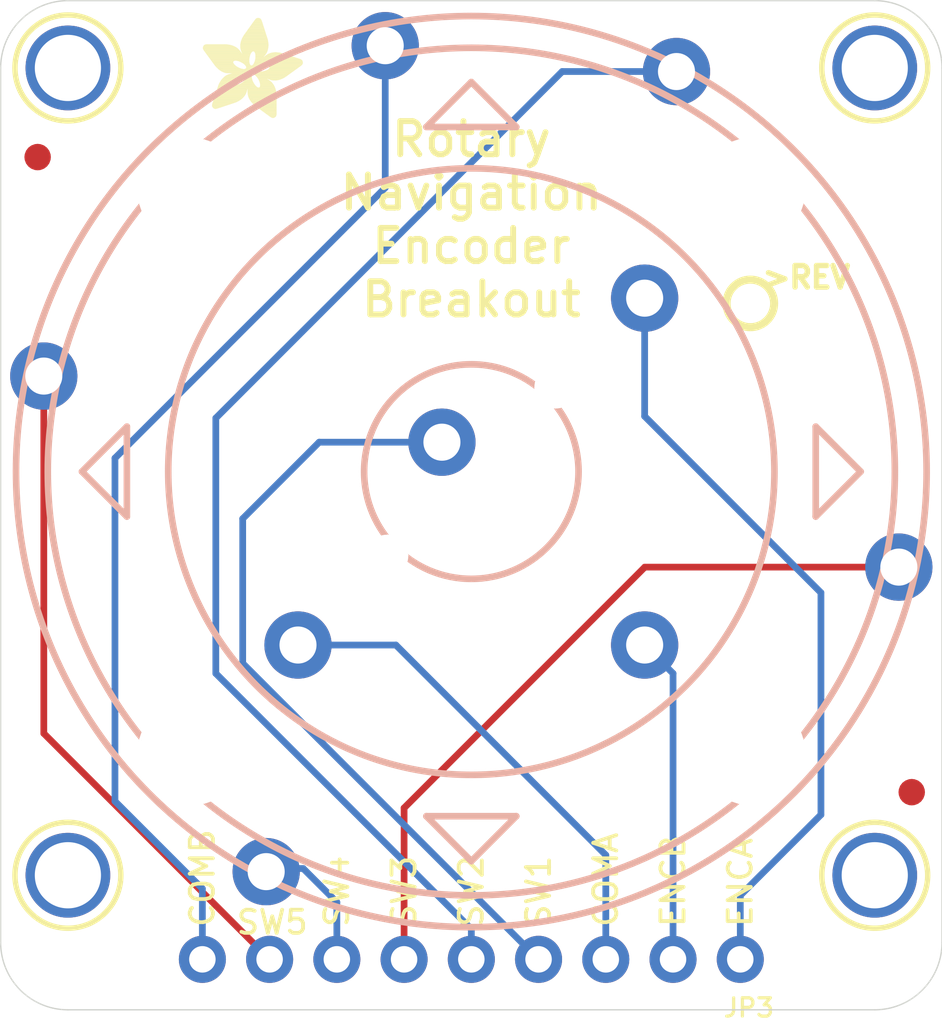
<source format=kicad_pcb>
(kicad_pcb (version 20211014) (generator pcbnew)
  (layers (0 "F.Cu" signal) (31 "B.Cu" signal) (34 "B.Paste" user) (35 "F.Paste" user) (36 "B.SilkS" user "B.Silkscreen") (37 "F.SilkS" user "F.Silkscreen") (38 "B.Mask" user) (39 "F.Mask" user) (44 "Edge.Cuts" user))
  (net 0 "")
  (net 1 "ENC_A")
  (net 2 "ENC_B")
  (net 3 "SW1")
  (net 4 "SW2")
  (net 5 "SW3")
  (net 6 "SW4")
  (net 7 "SW5")
  (net 8 "COMA")
  (net 9 "COMB")
  (footprint "boardEagle:PCBFEAT-REV-040" (layer "F.Cu") (at 159.0421 97.3836 180)
    (fp_text reference "U$33" hide)
    (fp_text value "" hide)
    (fp_text user ">REV" (at -0.3556 0.508 180) (layer "F.SilkS") (effects (font (size 0.8128 0.8128) (thickness 0.2032)) (justify left bottom)))
  )
  (footprint "boardEagle:MOUNTINGHOLE_2.5_PLATED" (layer "F.Cu") (at 133.2611 118.9736 180)
    (fp_text reference "U$27" hide)
    (fp_text value "MOUNTINGHOLE2.5" hide)
    (pad "P$1" thru_hole circle (at 0 0 180) (size 3.2 3.2) (drill 2.5) (layers *.Cu *.Mask))
  )
  (footprint "boardEagle:MOUNTINGHOLE_2.5_PLATED" (layer "F.Cu") (at 133.2611 88.4936 180)
    (fp_text reference "U$30" hide)
    (fp_text value "MOUNTINGHOLE2.5" hide)
    (pad "P$1" thru_hole circle (at 0 0 180) (size 3.2 3.2) (drill 2.5) (layers *.Cu *.Mask))
  )
  (footprint "boardEagle:FIDUCIAL_1MM" (layer "F.Cu") (at 132.1181 91.8591 180)
    (fp_text reference "FID3" hide)
    (fp_text value "FIDUCIAL_1MM" hide)
    (pad "1" smd roundrect (at 0 0 180) (size 1 1) (layers "F.Cu" "F.Mask") (roundrect_rratio 0.5))
  )
  (footprint "boardEagle:MOUNTINGHOLE_2.5_PLATED" (layer "F.Cu") (at 163.7411 118.9736 180)
    (fp_text reference "U$25" hide)
    (fp_text value "MOUNTINGHOLE2.5" hide)
    (pad "P$1" thru_hole circle (at 0 0 180) (size 3.2 3.2) (drill 2.5) (layers *.Cu *.Mask))
  )
  (footprint "boardEagle:1X09_ROUND_70" (layer "F.Cu") (at 148.5011 122.1486 180)
    (fp_text reference "JP3" (at -11.5062 -1.8288) (layer "F.SilkS") (effects (font (size 0.692831 0.692831) (thickness 0.119969)) (justify right)))
    (fp_text value "")
    (pad "1" thru_hole circle (at -10.16 0 270) (size 1.778 1.778) (drill 1) (layers *.Cu *.Mask) (net 1 "ENC_A"))
    (pad "2" thru_hole circle (at -7.62 0 270) (size 1.778 1.778) (drill 1) (layers *.Cu *.Mask) (net 2 "ENC_B"))
    (pad "3" thru_hole circle (at -5.08 0 270) (size 1.778 1.778) (drill 1) (layers *.Cu *.Mask) (net 8 "COMA"))
    (pad "4" thru_hole circle (at -2.54 0 270) (size 1.778 1.778) (drill 1) (layers *.Cu *.Mask) (net 3 "SW1"))
    (pad "5" thru_hole circle (at 0 0 270) (size 1.778 1.778) (drill 1) (layers *.Cu *.Mask) (net 4 "SW2"))
    (pad "6" thru_hole circle (at 2.54 0 270) (size 1.778 1.778) (drill 1) (layers *.Cu *.Mask) (net 5 "SW3"))
    (pad "7" thru_hole circle (at 5.08 0 270) (size 1.778 1.778) (drill 1) (layers *.Cu *.Mask) (net 6 "SW4"))
    (pad "8" thru_hole circle (at 7.62 0 270) (size 1.778 1.778) (drill 1) (layers *.Cu *.Mask) (net 7 "SW5"))
    (pad "9" thru_hole circle (at 10.16 0 270) (size 1.778 1.778) (drill 1) (layers *.Cu *.Mask) (net 9 "COMB"))
  )
  (footprint "boardEagle:FIDUCIAL_1MM" (layer "F.Cu") (at 165.1381 115.8367 180)
    (fp_text reference "FID4" hide)
    (fp_text value "FIDUCIAL_1MM" hide)
    (pad "1" smd roundrect (at 0 0 180) (size 1 1) (layers "F.Cu" "F.Mask") (roundrect_rratio 0.5))
  )
  (footprint "boardEagle:ADAFRUIT_3.5MM" (layer "F.Cu") (at 138.3411 90.3986)
    (fp_text reference "U$32" hide)
    (fp_text value "" hide)
  )
  (footprint "boardEagle:MOUNTINGHOLE_2.5_PLATED" (layer "F.Cu") (at 163.7411 88.4936 180)
    (fp_text reference "U$29" hide)
    (fp_text value "MOUNTINGHOLE2.5" hide)
    (pad "P$1" thru_hole circle (at 0 0 180) (size 3.2 3.2) (drill 2.5) (layers *.Cu *.Mask))
  )
  (footprint "boardEagle:ENCODER_ANO" (layer "B.Cu") (at 148.5011 103.7336 -45)
    (fp_text reference "X1" hide)
    (fp_text value "ENCODER_ANO" hide)
    (pad "" np_thru_hole circle (at 0 -15 315) (size 4 4) (drill 4) (layers *.Cu *.Mask))
    (pad "" np_thru_hole circle (at 0 -4.5 315) (size 1.6 1.6) (drill 1.6) (layers *.Cu *.Mask))
    (pad "" np_thru_hole circle (at 0 15 315) (size 4 4) (drill 4) (layers *.Cu *.Mask))
    (pad "" np_thru_hole circle (at 15 0 315) (size 4 4) (drill 4) (layers *.Cu *.Mask))
    (pad "" np_thru_hole circle (at 0 4.5 315) (size 1.6 1.6) (drill 1.6) (layers *.Cu *.Mask))
    (pad "" np_thru_hole circle (at -15 0 315) (size 4 4) (drill 4) (layers *.Cu *.Mask))
    (pad "A" thru_hole circle (at 0 -9.26 315) (size 2.54 2.54) (drill 1.4) (layers *.Cu *.Mask) (net 1 "ENC_A"))
    (pad "B" thru_hole circle (at 9.26 0 315) (size 2.54 2.54) (drill 1.4) (layers *.Cu *.Mask) (net 2 "ENC_B"))
    (pad "COM_A" thru_hole circle (at 0 9.26 315) (size 2.54 2.54) (drill 1.4) (layers *.Cu *.Mask) (net 8 "COMA"))
    (pad "COM_B" thru_hole circle (at -13.67 -9.07 315) (size 2.54 2.54) (drill 1.4) (layers *.Cu *.Mask) (net 9 "COMB"))
    (pad "S1" thru_hole circle (at -1.57 0 315) (size 2.54 2.54) (drill 1.4) (layers *.Cu *.Mask) (net 3 "SW1"))
    (pad "S2" thru_hole circle (at -5.2 -16.16 315) (size 2.54 2.54) (drill 1.4) (layers *.Cu *.Mask) (net 4 "SW2"))
    (pad "S3" thru_hole circle (at 13.97 -8.87 315) (size 2.54 2.54) (drill 1.4) (layers *.Cu *.Mask) (net 5 "SW3"))
    (pad "S4" thru_hole circle (at 5.2 16.16 315) (size 2.54 2.54) (drill 1.4) (layers *.Cu *.Mask) (net 6 "SW4"))
    (pad "S5" thru_hole circle (at -13.97 8.87 315) (size 2.54 2.54) (drill 1.4) (layers *.Cu *.Mask) (net 7 "SW5"))
  )
  (gr_arc (start 163.7411 85.9536) (mid 165.537151 86.697549) (end 166.2811 88.4936) (layer "Edge.Cuts") (width 0.05))
  (gr_line (start 163.7411 85.9536) (end 133.2611 85.9536) (layer "Edge.Cuts") (width 0.05))
  (gr_line (start 133.2611 124.0536) (end 163.7411 124.0536) (layer "Edge.Cuts") (width 0.05))
  (gr_arc (start 166.2811 121.5136) (mid 165.537151 123.309651) (end 163.7411 124.0536) (layer "Edge.Cuts") (width 0.05))
  (gr_arc (start 130.7211 88.4936) (mid 131.465049 86.697549) (end 133.2611 85.9536) (layer "Edge.Cuts") (width 0.05))
  (gr_line (start 130.7211 88.4936) (end 130.7211 121.5136) (layer "Edge.Cuts") (width 0.05))
  (gr_line (start 166.2811 121.5136) (end 166.2811 88.4936) (layer "Edge.Cuts") (width 0.05))
  (gr_arc (start 133.2611 124.0536) (mid 131.465049 123.309651) (end 130.7211 121.5136) (layer "Edge.Cuts") (width 0.05))
  (gr_text "COMB" (at 138.3411 121.0056 90) (layer "F.SilkS") (effects (font (size 0.87376 0.87376) (thickness 0.14224)) (justify left)))
  (gr_text "SW4" (at 143.4211 121.0056 90) (layer "F.SilkS") (effects (font (size 0.87376 0.87376) (thickness 0.14224)) (justify left)))
  (gr_text "COMA" (at 153.5811 121.0056 90) (layer "F.SilkS") (effects (font (size 0.87376 0.87376) (thickness 0.14224)) (justify left)))
  (gr_text "ENCB" (at 156.1211 121.0056 90) (layer "F.SilkS") (effects (font (size 0.87376 0.87376) (thickness 0.14224)) (justify left)))
  (gr_text "SW2" (at 148.5011 121.0056 90) (layer "F.SilkS") (effects (font (size 0.87376 0.87376) (thickness 0.14224)) (justify left)))
  (gr_text "SW3" (at 145.9611 121.0056 90) (layer "F.SilkS") (effects (font (size 0.87376 0.87376) (thickness 0.14224)) (justify left)))
  (gr_text "ENCA" (at 158.6611 121.0056 90) (layer "F.SilkS") (effects (font (size 0.87376 0.87376) (thickness 0.14224)) (justify left)))
  (gr_text "SW1" (at 151.0411 121.0056 90) (layer "F.SilkS") (effects (font (size 0.87376 0.87376) (thickness 0.14224)) (justify left)))
  (gr_text "Rotary\nNavigation\nEncoder\nBreakout" (at 148.5011 94.2086) (layer "F.SilkS") (effects (font (size 1.25222 1.25222) (thickness 0.22098))))
  (gr_text "SW5" (at 142.4051 120.7516) (layer "F.SilkS") (effects (font (size 0.87376 0.87376) (thickness 0.14224)) (justify right)))
  (segment (start 161.7091 108.3056) (end 155.048906 101.645407) (width 0.254) (layer "B.Cu") (net 1))
  (segment (start 161.7091 116.6876) (end 161.7091 108.3056) (width 0.254) (layer "B.Cu") (net 1))
  (segment (start 155.048906 101.645407) (end 155.048906 97.185794) (width 0.254) (layer "B.Cu") (net 1))
  (segment (start 158.6611 119.7356) (end 161.7091 116.6876) (width 0.254) (layer "B.Cu") (net 1))
  (segment (start 158.6611 122.1486) (end 158.6611 119.7356) (width 0.254) (layer "B.Cu") (net 1))
  (segment (start 156.1211 122.1486) (end 156.1211 111.3536) (width 0.254) (layer "B.Cu") (net 2))
  (segment (start 156.1211 111.3536) (end 155.048906 110.281406) (width 0.254) (layer "B.Cu") (net 2))
  (segment (start 139.8651 105.5116) (end 142.753257 102.623444) (width 0.254) (layer "B.Cu") (net 3))
  (segment (start 142.753257 102.623444) (end 147.390944 102.623444) (width 0.254) (layer "B.Cu") (net 3))
  (segment (start 139.8651 110.9726) (end 139.8651 105.5116) (width 0.254) (layer "B.Cu") (net 3))
  (segment (start 151.0411 122.1486) (end 139.8651 110.9726) (width 0.254) (layer "B.Cu") (net 3))
  (segment (start 138.8491 111.3536) (end 138.8491 101.713688) (width 0.254) (layer "B.Cu") (net 4))
  (segment (start 148.5011 122.1486) (end 148.5011 121.0056) (width 0.254) (layer "B.Cu") (net 4))
  (segment (start 148.5011 121.0056) (end 138.8491 111.3536) (width 0.254) (layer "B.Cu") (net 4))
  (segment (start 151.932987 88.6298) (end 138.8491 101.713688) (width 0.254) (layer "B.Cu") (net 4))
  (segment (start 151.932987 88.6298) (end 156.250987 88.6298) (width 0.254) (layer "B.Cu") (net 4))
  (segment (start 145.9611 116.4336) (end 155.054856 107.339843) (width 0.254) (layer "F.Cu") (net 5))
  (segment (start 155.054856 107.339843) (end 164.651418 107.339843) (width 0.254) (layer "F.Cu") (net 5))
  (segment (start 145.9611 122.1486) (end 145.9611 116.4336) (width 0.254) (layer "F.Cu") (net 5))
  (segment (start 142.1511 118.7196) (end 140.869013 118.7196) (width 0.254) (layer "B.Cu") (net 6))
  (segment (start 140.869013 118.7196) (end 140.751213 118.8374) (width 0.254) (layer "B.Cu") (net 6))
  (segment (start 143.4211 122.1486) (end 143.4211 119.9896) (width 0.254) (layer "B.Cu") (net 6))
  (segment (start 143.4211 119.9896) (end 142.1511 118.7196) (width 0.254) (layer "B.Cu") (net 6))
  (segment (start 140.8811 122.1486) (end 132.350782 113.618281) (width 0.254) (layer "F.Cu") (net 7))
  (segment (start 132.350782 113.618281) (end 132.350782 100.127357) (width 0.254) (layer "F.Cu") (net 7))
  (segment (start 153.5811 118.2116) (end 153.5811 122.1486) (width 0.254) (layer "B.Cu") (net 8))
  (segment (start 145.650907 110.281406) (end 153.5811 118.2116) (width 0.254) (layer "B.Cu") (net 8))
  (segment (start 141.953294 110.281406) (end 145.650907 110.281406) (width 0.254) (layer "B.Cu") (net 8))
  (segment (start 145.24841 93.016291) (end 145.24841 87.653994) (width 0.254) (layer "B.Cu") (net 9))
  (segment (start 138.3411 119.4816) (end 135.0391 116.1796) (width 0.254) (layer "B.Cu") (net 9))
  (segment (start 135.0391 116.1796) (end 135.0391 103.2256) (width 0.254) (layer "B.Cu") (net 9))
  (segment (start 138.3411 122.1486) (end 138.3411 119.4816) (width 0.254) (layer "B.Cu") (net 9))
  (segment (start 135.0391 103.2256) (end 145.24841 93.016291) (width 0.254) (layer "B.Cu") (net 9))
)
</source>
